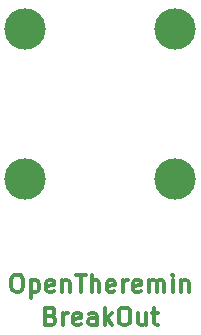
<source format=gbr>
%TF.GenerationSoftware,KiCad,Pcbnew,6.0.11-2627ca5db0~126~ubuntu22.04.1*%
%TF.CreationDate,2024-04-26T14:23:43+02:00*%
%TF.ProjectId,OTBreakOut_AntennaPanel,4f544272-6561-46b4-9f75-745f416e7465,rev?*%
%TF.SameCoordinates,Original*%
%TF.FileFunction,Soldermask,Top*%
%TF.FilePolarity,Negative*%
%FSLAX46Y46*%
G04 Gerber Fmt 4.6, Leading zero omitted, Abs format (unit mm)*
G04 Created by KiCad (PCBNEW 6.0.11-2627ca5db0~126~ubuntu22.04.1) date 2024-04-26 14:23:43*
%MOMM*%
%LPD*%
G01*
G04 APERTURE LIST*
%ADD10C,0.300000*%
%ADD11C,3.500000*%
G04 APERTURE END LIST*
D10*
X92821428Y-89978571D02*
X93107142Y-89978571D01*
X93250000Y-90050000D01*
X93392857Y-90192857D01*
X93464285Y-90478571D01*
X93464285Y-90978571D01*
X93392857Y-91264285D01*
X93250000Y-91407142D01*
X93107142Y-91478571D01*
X92821428Y-91478571D01*
X92678571Y-91407142D01*
X92535714Y-91264285D01*
X92464285Y-90978571D01*
X92464285Y-90478571D01*
X92535714Y-90192857D01*
X92678571Y-90050000D01*
X92821428Y-89978571D01*
X94107142Y-90478571D02*
X94107142Y-91978571D01*
X94107142Y-90550000D02*
X94250000Y-90478571D01*
X94535714Y-90478571D01*
X94678571Y-90550000D01*
X94750000Y-90621428D01*
X94821428Y-90764285D01*
X94821428Y-91192857D01*
X94750000Y-91335714D01*
X94678571Y-91407142D01*
X94535714Y-91478571D01*
X94250000Y-91478571D01*
X94107142Y-91407142D01*
X96035714Y-91407142D02*
X95892857Y-91478571D01*
X95607142Y-91478571D01*
X95464285Y-91407142D01*
X95392857Y-91264285D01*
X95392857Y-90692857D01*
X95464285Y-90550000D01*
X95607142Y-90478571D01*
X95892857Y-90478571D01*
X96035714Y-90550000D01*
X96107142Y-90692857D01*
X96107142Y-90835714D01*
X95392857Y-90978571D01*
X96750000Y-90478571D02*
X96750000Y-91478571D01*
X96750000Y-90621428D02*
X96821428Y-90550000D01*
X96964285Y-90478571D01*
X97178571Y-90478571D01*
X97321428Y-90550000D01*
X97392857Y-90692857D01*
X97392857Y-91478571D01*
X97892857Y-89978571D02*
X98750000Y-89978571D01*
X98321428Y-91478571D02*
X98321428Y-89978571D01*
X99250000Y-91478571D02*
X99250000Y-89978571D01*
X99892857Y-91478571D02*
X99892857Y-90692857D01*
X99821428Y-90550000D01*
X99678571Y-90478571D01*
X99464285Y-90478571D01*
X99321428Y-90550000D01*
X99250000Y-90621428D01*
X101178571Y-91407142D02*
X101035714Y-91478571D01*
X100750000Y-91478571D01*
X100607142Y-91407142D01*
X100535714Y-91264285D01*
X100535714Y-90692857D01*
X100607142Y-90550000D01*
X100750000Y-90478571D01*
X101035714Y-90478571D01*
X101178571Y-90550000D01*
X101250000Y-90692857D01*
X101250000Y-90835714D01*
X100535714Y-90978571D01*
X101892857Y-91478571D02*
X101892857Y-90478571D01*
X101892857Y-90764285D02*
X101964285Y-90621428D01*
X102035714Y-90550000D01*
X102178571Y-90478571D01*
X102321428Y-90478571D01*
X103392857Y-91407142D02*
X103250000Y-91478571D01*
X102964285Y-91478571D01*
X102821428Y-91407142D01*
X102750000Y-91264285D01*
X102750000Y-90692857D01*
X102821428Y-90550000D01*
X102964285Y-90478571D01*
X103250000Y-90478571D01*
X103392857Y-90550000D01*
X103464285Y-90692857D01*
X103464285Y-90835714D01*
X102750000Y-90978571D01*
X104107142Y-91478571D02*
X104107142Y-90478571D01*
X104107142Y-90621428D02*
X104178571Y-90550000D01*
X104321428Y-90478571D01*
X104535714Y-90478571D01*
X104678571Y-90550000D01*
X104750000Y-90692857D01*
X104750000Y-91478571D01*
X104750000Y-90692857D02*
X104821428Y-90550000D01*
X104964285Y-90478571D01*
X105178571Y-90478571D01*
X105321428Y-90550000D01*
X105392857Y-90692857D01*
X105392857Y-91478571D01*
X106107142Y-91478571D02*
X106107142Y-90478571D01*
X106107142Y-89978571D02*
X106035714Y-90050000D01*
X106107142Y-90121428D01*
X106178571Y-90050000D01*
X106107142Y-89978571D01*
X106107142Y-90121428D01*
X106821428Y-90478571D02*
X106821428Y-91478571D01*
X106821428Y-90621428D02*
X106892857Y-90550000D01*
X107035714Y-90478571D01*
X107250000Y-90478571D01*
X107392857Y-90550000D01*
X107464285Y-90692857D01*
X107464285Y-91478571D01*
X95821428Y-93486857D02*
X96035714Y-93558285D01*
X96107142Y-93629714D01*
X96178571Y-93772571D01*
X96178571Y-93986857D01*
X96107142Y-94129714D01*
X96035714Y-94201142D01*
X95892857Y-94272571D01*
X95321428Y-94272571D01*
X95321428Y-92772571D01*
X95821428Y-92772571D01*
X95964285Y-92844000D01*
X96035714Y-92915428D01*
X96107142Y-93058285D01*
X96107142Y-93201142D01*
X96035714Y-93344000D01*
X95964285Y-93415428D01*
X95821428Y-93486857D01*
X95321428Y-93486857D01*
X96821428Y-94272571D02*
X96821428Y-93272571D01*
X96821428Y-93558285D02*
X96892857Y-93415428D01*
X96964285Y-93344000D01*
X97107142Y-93272571D01*
X97250000Y-93272571D01*
X98321428Y-94201142D02*
X98178571Y-94272571D01*
X97892857Y-94272571D01*
X97750000Y-94201142D01*
X97678571Y-94058285D01*
X97678571Y-93486857D01*
X97750000Y-93344000D01*
X97892857Y-93272571D01*
X98178571Y-93272571D01*
X98321428Y-93344000D01*
X98392857Y-93486857D01*
X98392857Y-93629714D01*
X97678571Y-93772571D01*
X99678571Y-94272571D02*
X99678571Y-93486857D01*
X99607142Y-93344000D01*
X99464285Y-93272571D01*
X99178571Y-93272571D01*
X99035714Y-93344000D01*
X99678571Y-94201142D02*
X99535714Y-94272571D01*
X99178571Y-94272571D01*
X99035714Y-94201142D01*
X98964285Y-94058285D01*
X98964285Y-93915428D01*
X99035714Y-93772571D01*
X99178571Y-93701142D01*
X99535714Y-93701142D01*
X99678571Y-93629714D01*
X100392857Y-94272571D02*
X100392857Y-92772571D01*
X100535714Y-93701142D02*
X100964285Y-94272571D01*
X100964285Y-93272571D02*
X100392857Y-93844000D01*
X101892857Y-92772571D02*
X102178571Y-92772571D01*
X102321428Y-92844000D01*
X102464285Y-92986857D01*
X102535714Y-93272571D01*
X102535714Y-93772571D01*
X102464285Y-94058285D01*
X102321428Y-94201142D01*
X102178571Y-94272571D01*
X101892857Y-94272571D01*
X101750000Y-94201142D01*
X101607142Y-94058285D01*
X101535714Y-93772571D01*
X101535714Y-93272571D01*
X101607142Y-92986857D01*
X101750000Y-92844000D01*
X101892857Y-92772571D01*
X103821428Y-93272571D02*
X103821428Y-94272571D01*
X103178571Y-93272571D02*
X103178571Y-94058285D01*
X103250000Y-94201142D01*
X103392857Y-94272571D01*
X103607142Y-94272571D01*
X103750000Y-94201142D01*
X103821428Y-94129714D01*
X104321428Y-93272571D02*
X104892857Y-93272571D01*
X104535714Y-92772571D02*
X104535714Y-94058285D01*
X104607142Y-94201142D01*
X104750000Y-94272571D01*
X104892857Y-94272571D01*
D11*
%TO.C,REF\u002A\u002A*%
X106350000Y-69150000D03*
X106350000Y-81850000D03*
X93650000Y-69150000D03*
X93650000Y-81850000D03*
%TD*%
M02*

</source>
